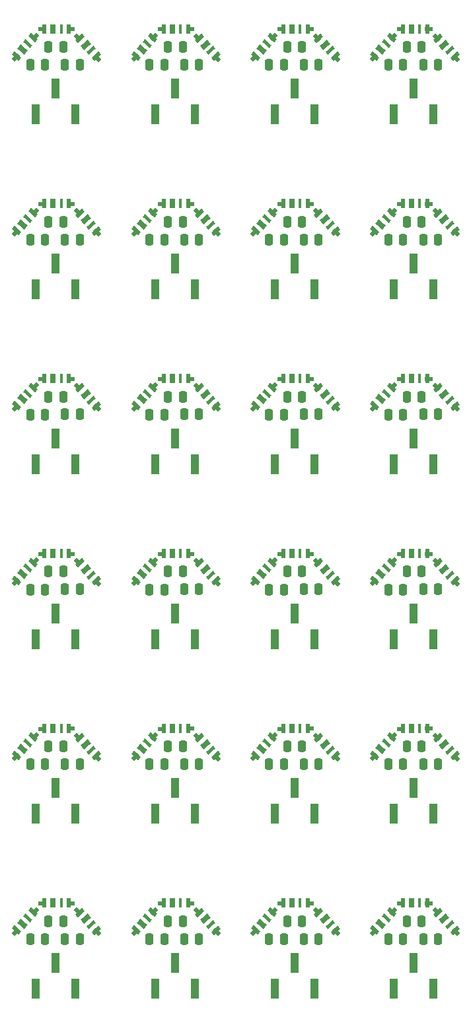
<source format=gbr>
%TF.GenerationSoftware,KiCad,Pcbnew,9.0.3*%
%TF.CreationDate,2025-07-24T13:44:44-05:00*%
%TF.ProjectId,panel,70616e65-6c2e-46b6-9963-61645f706362,rev?*%
%TF.SameCoordinates,Original*%
%TF.FileFunction,Paste,Bot*%
%TF.FilePolarity,Positive*%
%FSLAX46Y46*%
G04 Gerber Fmt 4.6, Leading zero omitted, Abs format (unit mm)*
G04 Created by KiCad (PCBNEW 9.0.3) date 2025-07-24 13:44:44*
%MOMM*%
%LPD*%
G01*
G04 APERTURE LIST*
G04 Aperture macros list*
%AMRoundRect*
0 Rectangle with rounded corners*
0 $1 Rounding radius*
0 $2 $3 $4 $5 $6 $7 $8 $9 X,Y pos of 4 corners*
0 Add a 4 corners polygon primitive as box body*
4,1,4,$2,$3,$4,$5,$6,$7,$8,$9,$2,$3,0*
0 Add four circle primitives for the rounded corners*
1,1,$1+$1,$2,$3*
1,1,$1+$1,$4,$5*
1,1,$1+$1,$6,$7*
1,1,$1+$1,$8,$9*
0 Add four rect primitives between the rounded corners*
20,1,$1+$1,$2,$3,$4,$5,0*
20,1,$1+$1,$4,$5,$6,$7,0*
20,1,$1+$1,$6,$7,$8,$9,0*
20,1,$1+$1,$8,$9,$2,$3,0*%
%AMRotRect*
0 Rectangle, with rotation*
0 The origin of the aperture is its center*
0 $1 length*
0 $2 width*
0 $3 Rotation angle, in degrees counterclockwise*
0 Add horizontal line*
21,1,$1,$2,0,0,$3*%
G04 Aperture macros list end*
%ADD10RotRect,1.000000X0.550000X47.000000*%
%ADD11RotRect,0.550000X1.200000X47.000000*%
%ADD12RotRect,0.700000X1.200000X47.000000*%
%ADD13RotRect,0.450000X1.200000X47.000000*%
%ADD14RoundRect,0.250000X0.250000X0.475000X-0.250000X0.475000X-0.250000X-0.475000X0.250000X-0.475000X0*%
%ADD15RoundRect,0.250000X-0.250000X-0.475000X0.250000X-0.475000X0.250000X0.475000X-0.250000X0.475000X0*%
%ADD16R,1.000000X0.550000*%
%ADD17R,0.550000X1.200000*%
%ADD18R,0.700000X1.200000*%
%ADD19R,0.450000X1.200000*%
%ADD20RotRect,1.000000X0.550000X313.000000*%
%ADD21RotRect,0.550000X1.200000X313.000000*%
%ADD22RotRect,0.700000X1.200000X313.000000*%
%ADD23RotRect,0.450000X1.200000X313.000000*%
%ADD24R,1.000000X2.510000*%
G04 APERTURE END LIST*
D10*
%TO.C,D1*%
X166271452Y-56467485D03*
D11*
X166370050Y-56251779D03*
D12*
X167137297Y-55429005D03*
D13*
X167836346Y-54679368D03*
D11*
X168518345Y-53948014D03*
D10*
X168719333Y-53827791D03*
%TD*%
D14*
%TO.C,C1*%
X124092632Y-34998243D03*
X122192632Y-34998243D03*
%TD*%
D15*
%TO.C,C3*%
X172568684Y-57366212D03*
X174468684Y-57366212D03*
%TD*%
D16*
%TO.C,D2*%
X123792632Y-142523088D03*
D17*
X124017632Y-142448088D03*
D18*
X125142632Y-142448088D03*
D19*
X126167632Y-142448088D03*
D17*
X127167632Y-142448088D03*
D16*
X127392632Y-142513088D03*
%TD*%
D14*
%TO.C,C1*%
X170018684Y-57416212D03*
X168118684Y-57416212D03*
%TD*%
D16*
%TO.C,D2*%
X169718684Y-142523088D03*
D17*
X169943684Y-142448088D03*
D18*
X171068684Y-142448088D03*
D19*
X172093684Y-142448088D03*
D17*
X173093684Y-142448088D03*
D16*
X173318684Y-142513088D03*
%TD*%
D10*
%TO.C,D1*%
X120345400Y-101303423D03*
D11*
X120443998Y-101087717D03*
D12*
X121211245Y-100264943D03*
D13*
X121910294Y-99515306D03*
D11*
X122592293Y-98783952D03*
D10*
X122793281Y-98663729D03*
%TD*%
D20*
%TO.C,D3*%
X128358731Y-53878245D03*
D21*
X128567032Y-53991649D03*
D22*
X129334281Y-54814422D03*
D23*
X130033329Y-55564060D03*
D21*
X130715327Y-56295414D03*
D20*
X130821238Y-56504298D03*
%TD*%
D10*
%TO.C,D1*%
X166271452Y-101303423D03*
D11*
X166370050Y-101087717D03*
D12*
X167137297Y-100264943D03*
D13*
X167836346Y-99515306D03*
D11*
X168518345Y-98783952D03*
D10*
X168719333Y-98663729D03*
%TD*%
D20*
%TO.C,D3*%
X128358731Y-143550121D03*
D21*
X128567032Y-143663525D03*
D22*
X129334281Y-144486298D03*
D23*
X130033329Y-145235936D03*
D21*
X130715327Y-145967290D03*
D20*
X130821238Y-146176174D03*
%TD*%
D14*
%TO.C,C2*%
X126442632Y-77534181D03*
X124542632Y-77534181D03*
%TD*%
D16*
%TO.C,D2*%
X154410000Y-142523088D03*
D17*
X154635000Y-142448088D03*
D18*
X155760000Y-142448088D03*
D19*
X156785000Y-142448088D03*
D17*
X157785000Y-142448088D03*
D16*
X158010000Y-142513088D03*
%TD*%
%TO.C,D2*%
X123792632Y-97687150D03*
D17*
X124017632Y-97612150D03*
D18*
X125142632Y-97612150D03*
D19*
X126167632Y-97612150D03*
D17*
X127167632Y-97612150D03*
D16*
X127392632Y-97677150D03*
%TD*%
D14*
%TO.C,C2*%
X157060000Y-55116212D03*
X155160000Y-55116212D03*
%TD*%
D16*
%TO.C,D2*%
X169718684Y-120105119D03*
D17*
X169943684Y-120030119D03*
D18*
X171068684Y-120030119D03*
D19*
X172093684Y-120030119D03*
D17*
X173093684Y-120030119D03*
D16*
X173318684Y-120095119D03*
%TD*%
D20*
%TO.C,D3*%
X143667415Y-121132152D03*
D21*
X143875716Y-121245556D03*
D22*
X144642965Y-122068329D03*
D23*
X145342013Y-122817967D03*
D21*
X146024011Y-123549321D03*
D20*
X146129922Y-123758205D03*
%TD*%
D24*
%TO.C,J9*%
X143291316Y-153443088D03*
X140751316Y-150133088D03*
X138211316Y-153443088D03*
%TD*%
D14*
%TO.C,C1*%
X124092632Y-79834181D03*
X122192632Y-79834181D03*
%TD*%
%TO.C,C2*%
X157060000Y-144788088D03*
X155160000Y-144788088D03*
%TD*%
D15*
%TO.C,C3*%
X141951316Y-79784181D03*
X143851316Y-79784181D03*
%TD*%
D10*
%TO.C,D1*%
X135654084Y-146139361D03*
D11*
X135752682Y-145923655D03*
D12*
X136519929Y-145100881D03*
D13*
X137218978Y-144351244D03*
D11*
X137900977Y-143619890D03*
D10*
X138101965Y-143499667D03*
%TD*%
D14*
%TO.C,C1*%
X170018684Y-147088088D03*
X168118684Y-147088088D03*
%TD*%
D10*
%TO.C,D1*%
X120345400Y-78885454D03*
D11*
X120443998Y-78669748D03*
D12*
X121211245Y-77846974D03*
D13*
X121910294Y-77097337D03*
D11*
X122592293Y-76365983D03*
D10*
X122793281Y-76245760D03*
%TD*%
D20*
%TO.C,D3*%
X174284783Y-121132152D03*
D21*
X174493084Y-121245556D03*
D22*
X175260333Y-122068329D03*
D23*
X175959381Y-122817967D03*
D21*
X176641379Y-123549321D03*
D20*
X176747290Y-123758205D03*
%TD*%
D10*
%TO.C,D1*%
X120345400Y-56467485D03*
D11*
X120443998Y-56251779D03*
D12*
X121211245Y-55429005D03*
D13*
X121910294Y-54679368D03*
D11*
X122592293Y-53948014D03*
D10*
X122793281Y-53827791D03*
%TD*%
D16*
%TO.C,D2*%
X139101316Y-120105119D03*
D17*
X139326316Y-120030119D03*
D18*
X140451316Y-120030119D03*
D19*
X141476316Y-120030119D03*
D17*
X142476316Y-120030119D03*
D16*
X142701316Y-120095119D03*
%TD*%
D15*
%TO.C,C3*%
X157260000Y-79784181D03*
X159160000Y-79784181D03*
%TD*%
D24*
%TO.C,J9*%
X158600000Y-63771212D03*
X156060000Y-60461212D03*
X153520000Y-63771212D03*
%TD*%
D10*
%TO.C,D1*%
X150962768Y-78885454D03*
D11*
X151061366Y-78669748D03*
D12*
X151828613Y-77846974D03*
D13*
X152527662Y-77097337D03*
D11*
X153209661Y-76365983D03*
D10*
X153410649Y-76245760D03*
%TD*%
D24*
%TO.C,J9*%
X143291316Y-41353243D03*
X140751316Y-38043243D03*
X138211316Y-41353243D03*
%TD*%
D20*
%TO.C,D3*%
X143667415Y-31460276D03*
D21*
X143875716Y-31573680D03*
D22*
X144642965Y-32396453D03*
D23*
X145342013Y-33146091D03*
D21*
X146024011Y-33877445D03*
D20*
X146129922Y-34086329D03*
%TD*%
D16*
%TO.C,D2*%
X169718684Y-30433243D03*
D17*
X169943684Y-30358243D03*
D18*
X171068684Y-30358243D03*
D19*
X172093684Y-30358243D03*
D17*
X173093684Y-30358243D03*
D16*
X173318684Y-30423243D03*
%TD*%
%TO.C,D2*%
X139101316Y-30433243D03*
D17*
X139326316Y-30358243D03*
D18*
X140451316Y-30358243D03*
D19*
X141476316Y-30358243D03*
D17*
X142476316Y-30358243D03*
D16*
X142701316Y-30423243D03*
%TD*%
D15*
%TO.C,C3*%
X126642632Y-79784181D03*
X128542632Y-79784181D03*
%TD*%
D24*
%TO.C,J9*%
X127982632Y-86189181D03*
X125442632Y-82879181D03*
X122902632Y-86189181D03*
%TD*%
%TO.C,J9*%
X173908684Y-153443088D03*
X171368684Y-150133088D03*
X168828684Y-153443088D03*
%TD*%
D16*
%TO.C,D2*%
X169718684Y-75269181D03*
D17*
X169943684Y-75194181D03*
D18*
X171068684Y-75194181D03*
D19*
X172093684Y-75194181D03*
D17*
X173093684Y-75194181D03*
D16*
X173318684Y-75259181D03*
%TD*%
D14*
%TO.C,C1*%
X139401316Y-79834181D03*
X137501316Y-79834181D03*
%TD*%
D10*
%TO.C,D1*%
X150962768Y-123721392D03*
D11*
X151061366Y-123505686D03*
D12*
X151828613Y-122682912D03*
D13*
X152527662Y-121933275D03*
D11*
X153209661Y-121201921D03*
D10*
X153410649Y-121081698D03*
%TD*%
D14*
%TO.C,C2*%
X157060000Y-32698243D03*
X155160000Y-32698243D03*
%TD*%
D16*
%TO.C,D2*%
X123792632Y-75269181D03*
D17*
X124017632Y-75194181D03*
D18*
X125142632Y-75194181D03*
D19*
X126167632Y-75194181D03*
D17*
X127167632Y-75194181D03*
D16*
X127392632Y-75259181D03*
%TD*%
D15*
%TO.C,C3*%
X172568684Y-34948243D03*
X174468684Y-34948243D03*
%TD*%
D16*
%TO.C,D2*%
X139101316Y-142523088D03*
D17*
X139326316Y-142448088D03*
D18*
X140451316Y-142448088D03*
D19*
X141476316Y-142448088D03*
D17*
X142476316Y-142448088D03*
D16*
X142701316Y-142513088D03*
%TD*%
D24*
%TO.C,J9*%
X143291316Y-108607150D03*
X140751316Y-105297150D03*
X138211316Y-108607150D03*
%TD*%
D15*
%TO.C,C3*%
X126642632Y-57366212D03*
X128542632Y-57366212D03*
%TD*%
D20*
%TO.C,D3*%
X128358731Y-98714183D03*
D21*
X128567032Y-98827587D03*
D22*
X129334281Y-99650360D03*
D23*
X130033329Y-100399998D03*
D21*
X130715327Y-101131352D03*
D20*
X130821238Y-101340236D03*
%TD*%
D24*
%TO.C,J9*%
X127982632Y-41353243D03*
X125442632Y-38043243D03*
X122902632Y-41353243D03*
%TD*%
D15*
%TO.C,C3*%
X172568684Y-124620119D03*
X174468684Y-124620119D03*
%TD*%
D10*
%TO.C,D1*%
X120345400Y-34049516D03*
D11*
X120443998Y-33833810D03*
D12*
X121211245Y-33011036D03*
D13*
X121910294Y-32261399D03*
D11*
X122592293Y-31530045D03*
D10*
X122793281Y-31409822D03*
%TD*%
D16*
%TO.C,D2*%
X123792632Y-52851212D03*
D17*
X124017632Y-52776212D03*
D18*
X125142632Y-52776212D03*
D19*
X126167632Y-52776212D03*
D17*
X127167632Y-52776212D03*
D16*
X127392632Y-52841212D03*
%TD*%
D20*
%TO.C,D3*%
X158976099Y-76296214D03*
D21*
X159184400Y-76409618D03*
D22*
X159951649Y-77232391D03*
D23*
X160650697Y-77982029D03*
D21*
X161332695Y-78713383D03*
D20*
X161438606Y-78922267D03*
%TD*%
D14*
%TO.C,C2*%
X141751316Y-32698243D03*
X139851316Y-32698243D03*
%TD*%
%TO.C,C1*%
X170018684Y-79834181D03*
X168118684Y-79834181D03*
%TD*%
D24*
%TO.C,J9*%
X158600000Y-86189181D03*
X156060000Y-82879181D03*
X153520000Y-86189181D03*
%TD*%
%TO.C,J9*%
X158600000Y-41353243D03*
X156060000Y-38043243D03*
X153520000Y-41353243D03*
%TD*%
%TO.C,J9*%
X127982632Y-108607150D03*
X125442632Y-105297150D03*
X122902632Y-108607150D03*
%TD*%
D14*
%TO.C,C1*%
X170018684Y-102252150D03*
X168118684Y-102252150D03*
%TD*%
D15*
%TO.C,C3*%
X141951316Y-57366212D03*
X143851316Y-57366212D03*
%TD*%
D14*
%TO.C,C2*%
X157060000Y-77534181D03*
X155160000Y-77534181D03*
%TD*%
%TO.C,C1*%
X139401316Y-147088088D03*
X137501316Y-147088088D03*
%TD*%
D24*
%TO.C,J9*%
X173908684Y-131025119D03*
X171368684Y-127715119D03*
X168828684Y-131025119D03*
%TD*%
D10*
%TO.C,D1*%
X150962768Y-101303423D03*
D11*
X151061366Y-101087717D03*
D12*
X151828613Y-100264943D03*
D13*
X152527662Y-99515306D03*
D11*
X153209661Y-98783952D03*
D10*
X153410649Y-98663729D03*
%TD*%
D14*
%TO.C,C2*%
X141751316Y-77534181D03*
X139851316Y-77534181D03*
%TD*%
D24*
%TO.C,J9*%
X127982632Y-131025119D03*
X125442632Y-127715119D03*
X122902632Y-131025119D03*
%TD*%
D14*
%TO.C,C1*%
X124092632Y-124670119D03*
X122192632Y-124670119D03*
%TD*%
D24*
%TO.C,J9*%
X143291316Y-63771212D03*
X140751316Y-60461212D03*
X138211316Y-63771212D03*
%TD*%
D16*
%TO.C,D2*%
X154410000Y-97687150D03*
D17*
X154635000Y-97612150D03*
D18*
X155760000Y-97612150D03*
D19*
X156785000Y-97612150D03*
D17*
X157785000Y-97612150D03*
D16*
X158010000Y-97677150D03*
%TD*%
D14*
%TO.C,C2*%
X172368684Y-144788088D03*
X170468684Y-144788088D03*
%TD*%
D20*
%TO.C,D3*%
X128358731Y-76296214D03*
D21*
X128567032Y-76409618D03*
D22*
X129334281Y-77232391D03*
D23*
X130033329Y-77982029D03*
D21*
X130715327Y-78713383D03*
D20*
X130821238Y-78922267D03*
%TD*%
D24*
%TO.C,J9*%
X127982632Y-153443088D03*
X125442632Y-150133088D03*
X122902632Y-153443088D03*
%TD*%
D14*
%TO.C,C1*%
X139401316Y-124670119D03*
X137501316Y-124670119D03*
%TD*%
%TO.C,C1*%
X154710000Y-57416212D03*
X152810000Y-57416212D03*
%TD*%
%TO.C,C2*%
X172368684Y-99952150D03*
X170468684Y-99952150D03*
%TD*%
D24*
%TO.C,J9*%
X143291316Y-131025119D03*
X140751316Y-127715119D03*
X138211316Y-131025119D03*
%TD*%
D14*
%TO.C,C1*%
X139401316Y-102252150D03*
X137501316Y-102252150D03*
%TD*%
%TO.C,C2*%
X157060000Y-122370119D03*
X155160000Y-122370119D03*
%TD*%
D16*
%TO.C,D2*%
X154410000Y-30433243D03*
D17*
X154635000Y-30358243D03*
D18*
X155760000Y-30358243D03*
D19*
X156785000Y-30358243D03*
D17*
X157785000Y-30358243D03*
D16*
X158010000Y-30423243D03*
%TD*%
D15*
%TO.C,C3*%
X157260000Y-57366212D03*
X159160000Y-57366212D03*
%TD*%
D20*
%TO.C,D3*%
X158976099Y-53878245D03*
D21*
X159184400Y-53991649D03*
D22*
X159951649Y-54814422D03*
D23*
X160650697Y-55564060D03*
D21*
X161332695Y-56295414D03*
D20*
X161438606Y-56504298D03*
%TD*%
D16*
%TO.C,D2*%
X169718684Y-52851212D03*
D17*
X169943684Y-52776212D03*
D18*
X171068684Y-52776212D03*
D19*
X172093684Y-52776212D03*
D17*
X173093684Y-52776212D03*
D16*
X173318684Y-52841212D03*
%TD*%
D20*
%TO.C,D3*%
X158976099Y-31460276D03*
D21*
X159184400Y-31573680D03*
D22*
X159951649Y-32396453D03*
D23*
X160650697Y-33146091D03*
D21*
X161332695Y-33877445D03*
D20*
X161438606Y-34086329D03*
%TD*%
D10*
%TO.C,D1*%
X166271452Y-146139361D03*
D11*
X166370050Y-145923655D03*
D12*
X167137297Y-145100881D03*
D13*
X167836346Y-144351244D03*
D11*
X168518345Y-143619890D03*
D10*
X168719333Y-143499667D03*
%TD*%
%TO.C,D1*%
X150962768Y-56467485D03*
D11*
X151061366Y-56251779D03*
D12*
X151828613Y-55429005D03*
D13*
X152527662Y-54679368D03*
D11*
X153209661Y-53948014D03*
D10*
X153410649Y-53827791D03*
%TD*%
D14*
%TO.C,C1*%
X154710000Y-34998243D03*
X152810000Y-34998243D03*
%TD*%
D16*
%TO.C,D2*%
X123792632Y-30433243D03*
D17*
X124017632Y-30358243D03*
D18*
X125142632Y-30358243D03*
D19*
X126167632Y-30358243D03*
D17*
X127167632Y-30358243D03*
D16*
X127392632Y-30423243D03*
%TD*%
%TO.C,D2*%
X154410000Y-75269181D03*
D17*
X154635000Y-75194181D03*
D18*
X155760000Y-75194181D03*
D19*
X156785000Y-75194181D03*
D17*
X157785000Y-75194181D03*
D16*
X158010000Y-75259181D03*
%TD*%
D14*
%TO.C,C1*%
X170018684Y-34998243D03*
X168118684Y-34998243D03*
%TD*%
D16*
%TO.C,D2*%
X154410000Y-52851212D03*
D17*
X154635000Y-52776212D03*
D18*
X155760000Y-52776212D03*
D19*
X156785000Y-52776212D03*
D17*
X157785000Y-52776212D03*
D16*
X158010000Y-52841212D03*
%TD*%
%TO.C,D2*%
X139101316Y-97687150D03*
D17*
X139326316Y-97612150D03*
D18*
X140451316Y-97612150D03*
D19*
X141476316Y-97612150D03*
D17*
X142476316Y-97612150D03*
D16*
X142701316Y-97677150D03*
%TD*%
D20*
%TO.C,D3*%
X143667415Y-98714183D03*
D21*
X143875716Y-98827587D03*
D22*
X144642965Y-99650360D03*
D23*
X145342013Y-100399998D03*
D21*
X146024011Y-101131352D03*
D20*
X146129922Y-101340236D03*
%TD*%
D14*
%TO.C,C2*%
X172368684Y-55116212D03*
X170468684Y-55116212D03*
%TD*%
%TO.C,C2*%
X157060000Y-99952150D03*
X155160000Y-99952150D03*
%TD*%
D15*
%TO.C,C3*%
X126642632Y-102202150D03*
X128542632Y-102202150D03*
%TD*%
D14*
%TO.C,C2*%
X126442632Y-122370119D03*
X124542632Y-122370119D03*
%TD*%
D15*
%TO.C,C3*%
X172568684Y-147038088D03*
X174468684Y-147038088D03*
%TD*%
D24*
%TO.C,J9*%
X173908684Y-63771212D03*
X171368684Y-60461212D03*
X168828684Y-63771212D03*
%TD*%
D14*
%TO.C,C1*%
X170018684Y-124670119D03*
X168118684Y-124670119D03*
%TD*%
D20*
%TO.C,D3*%
X174284783Y-53878245D03*
D21*
X174493084Y-53991649D03*
D22*
X175260333Y-54814422D03*
D23*
X175959381Y-55564060D03*
D21*
X176641379Y-56295414D03*
D20*
X176747290Y-56504298D03*
%TD*%
%TO.C,D3*%
X143667415Y-53878245D03*
D21*
X143875716Y-53991649D03*
D22*
X144642965Y-54814422D03*
D23*
X145342013Y-55564060D03*
D21*
X146024011Y-56295414D03*
D20*
X146129922Y-56504298D03*
%TD*%
D15*
%TO.C,C3*%
X126642632Y-34948243D03*
X128542632Y-34948243D03*
%TD*%
D24*
%TO.C,J9*%
X173908684Y-86189181D03*
X171368684Y-82879181D03*
X168828684Y-86189181D03*
%TD*%
D10*
%TO.C,D1*%
X166271452Y-78885454D03*
D11*
X166370050Y-78669748D03*
D12*
X167137297Y-77846974D03*
D13*
X167836346Y-77097337D03*
D11*
X168518345Y-76365983D03*
D10*
X168719333Y-76245760D03*
%TD*%
D14*
%TO.C,C1*%
X154710000Y-147088088D03*
X152810000Y-147088088D03*
%TD*%
D10*
%TO.C,D1*%
X135654084Y-56467485D03*
D11*
X135752682Y-56251779D03*
D12*
X136519929Y-55429005D03*
D13*
X137218978Y-54679368D03*
D11*
X137900977Y-53948014D03*
D10*
X138101965Y-53827791D03*
%TD*%
D14*
%TO.C,C1*%
X154710000Y-102252150D03*
X152810000Y-102252150D03*
%TD*%
D15*
%TO.C,C3*%
X172568684Y-102202150D03*
X174468684Y-102202150D03*
%TD*%
D24*
%TO.C,J9*%
X158600000Y-108607150D03*
X156060000Y-105297150D03*
X153520000Y-108607150D03*
%TD*%
D10*
%TO.C,D1*%
X166271452Y-123721392D03*
D11*
X166370050Y-123505686D03*
D12*
X167137297Y-122682912D03*
D13*
X167836346Y-121933275D03*
D11*
X168518345Y-121201921D03*
D10*
X168719333Y-121081698D03*
%TD*%
%TO.C,D1*%
X135654084Y-34049516D03*
D11*
X135752682Y-33833810D03*
D12*
X136519929Y-33011036D03*
D13*
X137218978Y-32261399D03*
D11*
X137900977Y-31530045D03*
D10*
X138101965Y-31409822D03*
%TD*%
D14*
%TO.C,C2*%
X172368684Y-122370119D03*
X170468684Y-122370119D03*
%TD*%
D15*
%TO.C,C3*%
X157260000Y-34948243D03*
X159160000Y-34948243D03*
%TD*%
%TO.C,C3*%
X141951316Y-124620119D03*
X143851316Y-124620119D03*
%TD*%
%TO.C,C3*%
X141951316Y-34948243D03*
X143851316Y-34948243D03*
%TD*%
D14*
%TO.C,C1*%
X124092632Y-57416212D03*
X122192632Y-57416212D03*
%TD*%
D20*
%TO.C,D3*%
X174284783Y-98714183D03*
D21*
X174493084Y-98827587D03*
D22*
X175260333Y-99650360D03*
D23*
X175959381Y-100399998D03*
D21*
X176641379Y-101131352D03*
D20*
X176747290Y-101340236D03*
%TD*%
D15*
%TO.C,C3*%
X157260000Y-124620119D03*
X159160000Y-124620119D03*
%TD*%
D10*
%TO.C,D1*%
X166271452Y-34049516D03*
D11*
X166370050Y-33833810D03*
D12*
X167137297Y-33011036D03*
D13*
X167836346Y-32261399D03*
D11*
X168518345Y-31530045D03*
D10*
X168719333Y-31409822D03*
%TD*%
D14*
%TO.C,C2*%
X126442632Y-99952150D03*
X124542632Y-99952150D03*
%TD*%
D20*
%TO.C,D3*%
X143667415Y-143550121D03*
D21*
X143875716Y-143663525D03*
D22*
X144642965Y-144486298D03*
D23*
X145342013Y-145235936D03*
D21*
X146024011Y-145967290D03*
D20*
X146129922Y-146176174D03*
%TD*%
%TO.C,D3*%
X158976099Y-143550121D03*
D21*
X159184400Y-143663525D03*
D22*
X159951649Y-144486298D03*
D23*
X160650697Y-145235936D03*
D21*
X161332695Y-145967290D03*
D20*
X161438606Y-146176174D03*
%TD*%
D24*
%TO.C,J9*%
X173908684Y-41353243D03*
X171368684Y-38043243D03*
X168828684Y-41353243D03*
%TD*%
D16*
%TO.C,D2*%
X123792632Y-120105119D03*
D17*
X124017632Y-120030119D03*
D18*
X125142632Y-120030119D03*
D19*
X126167632Y-120030119D03*
D17*
X127167632Y-120030119D03*
D16*
X127392632Y-120095119D03*
%TD*%
D14*
%TO.C,C2*%
X141751316Y-144788088D03*
X139851316Y-144788088D03*
%TD*%
D20*
%TO.C,D3*%
X174284783Y-76296214D03*
D21*
X174493084Y-76409618D03*
D22*
X175260333Y-77232391D03*
D23*
X175959381Y-77982029D03*
D21*
X176641379Y-78713383D03*
D20*
X176747290Y-78922267D03*
%TD*%
D14*
%TO.C,C2*%
X172368684Y-32698243D03*
X170468684Y-32698243D03*
%TD*%
D20*
%TO.C,D3*%
X174284783Y-31460276D03*
D21*
X174493084Y-31573680D03*
D22*
X175260333Y-32396453D03*
D23*
X175959381Y-33146091D03*
D21*
X176641379Y-33877445D03*
D20*
X176747290Y-34086329D03*
%TD*%
D14*
%TO.C,C1*%
X124092632Y-102252150D03*
X122192632Y-102252150D03*
%TD*%
D10*
%TO.C,D1*%
X120345400Y-146139361D03*
D11*
X120443998Y-145923655D03*
D12*
X121211245Y-145100881D03*
D13*
X121910294Y-144351244D03*
D11*
X122592293Y-143619890D03*
D10*
X122793281Y-143499667D03*
%TD*%
D14*
%TO.C,C2*%
X141751316Y-99952150D03*
X139851316Y-99952150D03*
%TD*%
D20*
%TO.C,D3*%
X128358731Y-121132152D03*
D21*
X128567032Y-121245556D03*
D22*
X129334281Y-122068329D03*
D23*
X130033329Y-122817967D03*
D21*
X130715327Y-123549321D03*
D20*
X130821238Y-123758205D03*
%TD*%
D14*
%TO.C,C2*%
X126442632Y-55116212D03*
X124542632Y-55116212D03*
%TD*%
D15*
%TO.C,C3*%
X126642632Y-124620119D03*
X128542632Y-124620119D03*
%TD*%
D14*
%TO.C,C1*%
X124092632Y-147088088D03*
X122192632Y-147088088D03*
%TD*%
D10*
%TO.C,D1*%
X135654084Y-78885454D03*
D11*
X135752682Y-78669748D03*
D12*
X136519929Y-77846974D03*
D13*
X137218978Y-77097337D03*
D11*
X137900977Y-76365983D03*
D10*
X138101965Y-76245760D03*
%TD*%
D20*
%TO.C,D3*%
X158976099Y-121132152D03*
D21*
X159184400Y-121245556D03*
D22*
X159951649Y-122068329D03*
D23*
X160650697Y-122817967D03*
D21*
X161332695Y-123549321D03*
D20*
X161438606Y-123758205D03*
%TD*%
%TO.C,D3*%
X128358731Y-31460276D03*
D21*
X128567032Y-31573680D03*
D22*
X129334281Y-32396453D03*
D23*
X130033329Y-33146091D03*
D21*
X130715327Y-33877445D03*
D20*
X130821238Y-34086329D03*
%TD*%
D15*
%TO.C,C3*%
X126642632Y-147038088D03*
X128542632Y-147038088D03*
%TD*%
D16*
%TO.C,D2*%
X169718684Y-97687150D03*
D17*
X169943684Y-97612150D03*
D18*
X171068684Y-97612150D03*
D19*
X172093684Y-97612150D03*
D17*
X173093684Y-97612150D03*
D16*
X173318684Y-97677150D03*
%TD*%
D14*
%TO.C,C2*%
X126442632Y-32698243D03*
X124542632Y-32698243D03*
%TD*%
D10*
%TO.C,D1*%
X150962768Y-146139361D03*
D11*
X151061366Y-145923655D03*
D12*
X151828613Y-145100881D03*
D13*
X152527662Y-144351244D03*
D11*
X153209661Y-143619890D03*
D10*
X153410649Y-143499667D03*
%TD*%
D14*
%TO.C,C1*%
X154710000Y-79834181D03*
X152810000Y-79834181D03*
%TD*%
%TO.C,C2*%
X141751316Y-122370119D03*
X139851316Y-122370119D03*
%TD*%
D10*
%TO.C,D1*%
X120345400Y-123721392D03*
D11*
X120443998Y-123505686D03*
D12*
X121211245Y-122682912D03*
D13*
X121910294Y-121933275D03*
D11*
X122592293Y-121201921D03*
D10*
X122793281Y-121081698D03*
%TD*%
D24*
%TO.C,J9*%
X158600000Y-131025119D03*
X156060000Y-127715119D03*
X153520000Y-131025119D03*
%TD*%
D15*
%TO.C,C3*%
X141951316Y-147038088D03*
X143851316Y-147038088D03*
%TD*%
D10*
%TO.C,D1*%
X135654084Y-101303423D03*
D11*
X135752682Y-101087717D03*
D12*
X136519929Y-100264943D03*
D13*
X137218978Y-99515306D03*
D11*
X137900977Y-98783952D03*
D10*
X138101965Y-98663729D03*
%TD*%
%TO.C,D1*%
X135654084Y-123721392D03*
D11*
X135752682Y-123505686D03*
D12*
X136519929Y-122682912D03*
D13*
X137218978Y-121933275D03*
D11*
X137900977Y-121201921D03*
D10*
X138101965Y-121081698D03*
%TD*%
D14*
%TO.C,C2*%
X141751316Y-55116212D03*
X139851316Y-55116212D03*
%TD*%
D15*
%TO.C,C3*%
X157260000Y-147038088D03*
X159160000Y-147038088D03*
%TD*%
D14*
%TO.C,C2*%
X126442632Y-144788088D03*
X124542632Y-144788088D03*
%TD*%
D20*
%TO.C,D3*%
X158976099Y-98714183D03*
D21*
X159184400Y-98827587D03*
D22*
X159951649Y-99650360D03*
D23*
X160650697Y-100399998D03*
D21*
X161332695Y-101131352D03*
D20*
X161438606Y-101340236D03*
%TD*%
D14*
%TO.C,C1*%
X139401316Y-57416212D03*
X137501316Y-57416212D03*
%TD*%
D16*
%TO.C,D2*%
X139101316Y-52851212D03*
D17*
X139326316Y-52776212D03*
D18*
X140451316Y-52776212D03*
D19*
X141476316Y-52776212D03*
D17*
X142476316Y-52776212D03*
D16*
X142701316Y-52841212D03*
%TD*%
%TO.C,D2*%
X154410000Y-120105119D03*
D17*
X154635000Y-120030119D03*
D18*
X155760000Y-120030119D03*
D19*
X156785000Y-120030119D03*
D17*
X157785000Y-120030119D03*
D16*
X158010000Y-120095119D03*
%TD*%
D15*
%TO.C,C3*%
X157260000Y-102202150D03*
X159160000Y-102202150D03*
%TD*%
D24*
%TO.C,J9*%
X173908684Y-108607150D03*
X171368684Y-105297150D03*
X168828684Y-108607150D03*
%TD*%
%TO.C,J9*%
X127982632Y-63771212D03*
X125442632Y-60461212D03*
X122902632Y-63771212D03*
%TD*%
D20*
%TO.C,D3*%
X143667415Y-76296214D03*
D21*
X143875716Y-76409618D03*
D22*
X144642965Y-77232391D03*
D23*
X145342013Y-77982029D03*
D21*
X146024011Y-78713383D03*
D20*
X146129922Y-78922267D03*
%TD*%
D14*
%TO.C,C1*%
X139401316Y-34998243D03*
X137501316Y-34998243D03*
%TD*%
D20*
%TO.C,D3*%
X174284783Y-143550121D03*
D21*
X174493084Y-143663525D03*
D22*
X175260333Y-144486298D03*
D23*
X175959381Y-145235936D03*
D21*
X176641379Y-145967290D03*
D20*
X176747290Y-146176174D03*
%TD*%
D24*
%TO.C,J9*%
X143291316Y-86189181D03*
X140751316Y-82879181D03*
X138211316Y-86189181D03*
%TD*%
D14*
%TO.C,C1*%
X154710000Y-124670119D03*
X152810000Y-124670119D03*
%TD*%
D24*
%TO.C,J9*%
X158600000Y-153443088D03*
X156060000Y-150133088D03*
X153520000Y-153443088D03*
%TD*%
D10*
%TO.C,D1*%
X150962768Y-34049516D03*
D11*
X151061366Y-33833810D03*
D12*
X151828613Y-33011036D03*
D13*
X152527662Y-32261399D03*
D11*
X153209661Y-31530045D03*
D10*
X153410649Y-31409822D03*
%TD*%
D16*
%TO.C,D2*%
X139101316Y-75269181D03*
D17*
X139326316Y-75194181D03*
D18*
X140451316Y-75194181D03*
D19*
X141476316Y-75194181D03*
D17*
X142476316Y-75194181D03*
D16*
X142701316Y-75259181D03*
%TD*%
D15*
%TO.C,C3*%
X141951316Y-102202150D03*
X143851316Y-102202150D03*
%TD*%
D14*
%TO.C,C2*%
X172368684Y-77534181D03*
X170468684Y-77534181D03*
%TD*%
D15*
%TO.C,C3*%
X172568684Y-79784181D03*
X174468684Y-79784181D03*
%TD*%
M02*

</source>
